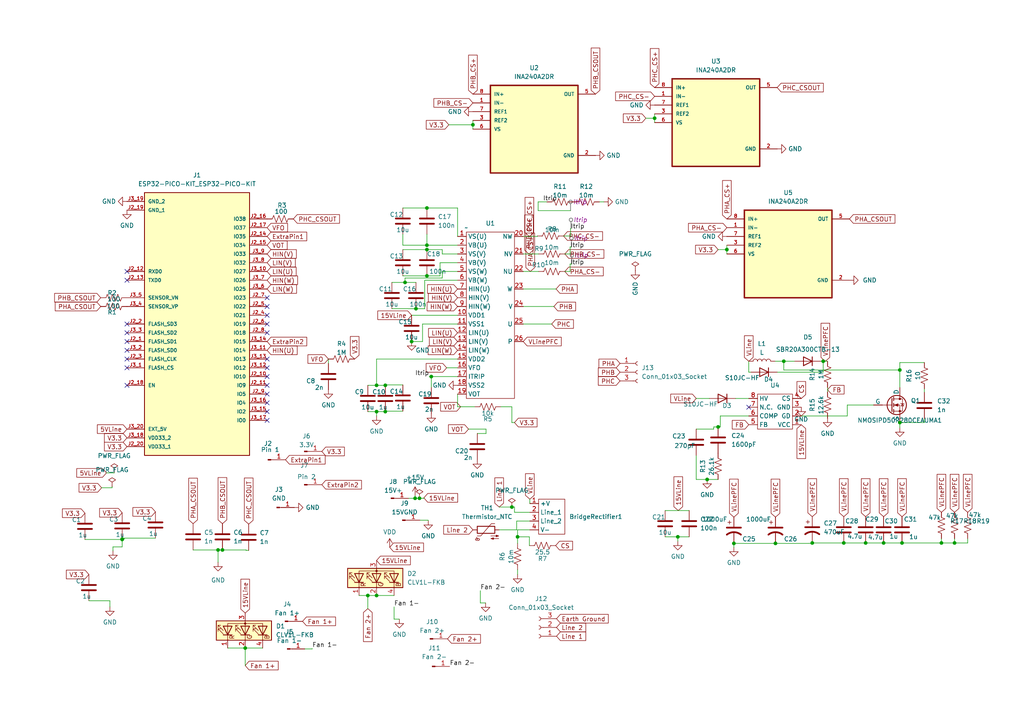
<source format=kicad_sch>
(kicad_sch (version 20231120) (generator "eeschema") (generator_version "8.0")
  (paper "A4")
  (junction (at 123.825 60.325))
  (junction (at 227.33 104.775))
  (junction (at 111.76 119.38))
  (junction (at 123.825 71.12))
  (junction (at 109.22 172.72))
  (junction (at 63.246 159.512))
  (junction (at 35.433 156.464))
  (junction (at 120.396 144.526))
  (junction (at 148.463 147.066))
  (junction (at 244.729 157.48))
  (junction (at 260.985 107.315))
  (junction (at 106.68 172.72))
  (junction (at 235.585 157.48))
  (junction (at 251.079 157.48))
  (junction (at 125.095 109.22))
  (junction (at 205.105 139.065))
  (junction (at 261.62 157.48))
  (junction (at 238.76 104.775))
  (junction (at 111.76 111.76))
  (junction (at 35.433 156.337))
  (junction (at 273.05 157.48))
  (junction (at 224.917 157.607))
  (junction (at 117.475 81.915))
  (junction (at 189.865 34.29))
  (junction (at 276.86 157.48))
  (junction (at 137.16 36.195))
  (junction (at 260.985 122.555))
  (junction (at 71.12 187.96))
  (junction (at 256.286 157.48))
  (junction (at 121.666 144.526))
  (junction (at 120.65 89.535))
  (junction (at 208.28 123.825))
  (junction (at 123.825 80.01))
  (junction (at 150.114 155.702))
  (junction (at 64.516 159.512))
  (junction (at 196.596 155.702))
  (junction (at 212.852 157.607))
  (junction (at 109.22 119.38))
  (junction (at 123.825 72.39))
  (junction (at 109.22 111.76))
  (junction (at 119.38 99.06))
  (junction (at 210.82 72.39))
  (no_connect (at 77.47 106.68))
  (no_connect (at 36.83 99.06))
  (no_connect (at 77.47 91.44))
  (no_connect (at 77.47 93.98))
  (no_connect (at 77.47 111.76))
  (no_connect (at 36.83 81.28))
  (no_connect (at 36.83 96.52))
  (no_connect (at 77.47 88.9))
  (no_connect (at 77.47 109.22))
  (no_connect (at 77.47 119.38))
  (no_connect (at 77.47 121.92))
  (no_connect (at 77.47 104.14))
  (no_connect (at 77.47 114.3))
  (no_connect (at 36.83 93.98))
  (no_connect (at 77.47 116.84))
  (no_connect (at 217.17 118.11))
  (no_connect (at 77.47 96.52))
  (no_connect (at 36.83 78.74))
  (no_connect (at 36.83 101.6))
  (no_connect (at 36.83 104.14))
  (no_connect (at 77.47 86.36))
  (no_connect (at 36.83 106.68))
  (no_connect (at 36.83 111.76))
  (wire (pts (xy 66.04 187.96) (xy 71.12 187.96)))
  (wire (pts (xy 123.825 67.945) (xy 123.825 71.12)))
  (wire (pts (xy 36.068 156.337) (xy 35.433 156.337)))
  (wire (pts (xy 224.917 157.607) (xy 235.585 157.607)))
  (wire (pts (xy 106.68 172.72) (xy 104.14 172.72)))
  (wire (pts (xy 116.84 71.12) (xy 123.825 71.12)))
  (wire (pts (xy 90.551 188.214) (xy 90.551 188.087)))
  (wire (pts (xy 63.246 159.512) (xy 64.516 159.512)))
  (wire (pts (xy 122.555 93.98) (xy 122.555 99.06)))
  (wire (pts (xy 114.3 176.022) (xy 114.3 179.578)))
  (wire (pts (xy 139.319 171.323) (xy 139.319 174.879)))
  (wire (pts (xy 205.105 139.065) (xy 208.28 139.065)))
  (wire (pts (xy 156.083 61.087) (xy 156.083 58.547)))
  (wire (pts (xy 225.425 107.95) (xy 238.76 107.95)))
  (wire (pts (xy 116.84 67.945) (xy 116.84 71.12)))
  (wire (pts (xy 125.095 112.395) (xy 125.095 109.22)))
  (wire (pts (xy 240.03 112.395) (xy 240.03 113.665)))
  (wire (pts (xy 238.76 107.95) (xy 238.76 104.775)))
  (wire (pts (xy 111.76 119.253) (xy 111.76 119.38)))
  (wire (pts (xy 125.095 109.22) (xy 132.715 109.22)))
  (wire (pts (xy 138.43 125.73) (xy 140.97 125.73)))
  (wire (pts (xy 121.666 144.526) (xy 122.936 144.526)))
  (wire (pts (xy 35.433 158.623) (xy 32.766 158.623)))
  (wire (pts (xy 273.05 156.21) (xy 273.05 157.48)))
  (wire (pts (xy 153.543 158.242) (xy 153.543 155.702)))
  (wire (pts (xy 122.936 144.526) (xy 122.936 144.399)))
  (wire (pts (xy 63.246 159.512) (xy 63.246 163.068)))
  (wire (pts (xy 196.596 155.702) (xy 199.898 155.702)))
  (wire (pts (xy 238.125 104.775) (xy 238.76 104.775)))
  (wire (pts (xy 45.085 156.083) (xy 36.068 156.083)))
  (wire (pts (xy 268.097 105.156) (xy 260.985 105.156)))
  (wire (pts (xy 116.84 119.253) (xy 111.76 119.253)))
  (wire (pts (xy 210.82 72.39) (xy 210.82 73.66)))
  (wire (pts (xy 201.93 124.46) (xy 207.01 124.46)))
  (wire (pts (xy 117.475 81.915) (xy 120.65 81.915)))
  (wire (pts (xy 165.481 68.453) (xy 165.481 66.294)))
  (wire (pts (xy 150.114 155.702) (xy 150.114 157.607)))
  (wire (pts (xy 163.83 73.66) (xy 165.354 73.66)))
  (wire (pts (xy 227.33 104.775) (xy 227.33 107.315)))
  (wire (pts (xy 150.114 155.702) (xy 153.543 155.702)))
  (wire (pts (xy 64.516 159.512) (xy 71.374 159.512)))
  (wire (pts (xy 207.01 124.46) (xy 207.01 123.825)))
  (wire (pts (xy 109.22 119.38) (xy 109.22 120.65)))
  (wire (pts (xy 165.481 66.294) (xy 165.608 66.294)))
  (wire (pts (xy 213.36 115.57) (xy 217.17 115.57)))
  (wire (pts (xy 106.68 119.38) (xy 109.22 119.38)))
  (wire (pts (xy 227.33 107.315) (xy 260.985 107.315)))
  (wire (pts (xy 35.433 156.464) (xy 35.433 158.623)))
  (wire (pts (xy 114.3 179.578) (xy 115.824 179.578)))
  (wire (pts (xy 124.206 150.876) (xy 121.793 150.876)))
  (wire (pts (xy 32.512 141.097) (xy 32.512 141.478)))
  (wire (pts (xy 260.985 112.395) (xy 260.985 107.315)))
  (wire (pts (xy 118.491 144.526) (xy 120.396 144.526)))
  (wire (pts (xy 33.147 137.033) (xy 33.147 137.16)))
  (wire (pts (xy 165.354 71.628) (xy 165.735 71.628)))
  (wire (pts (xy 208.915 120.65) (xy 208.915 123.825)))
  (wire (pts (xy 156.083 58.547) (xy 158.623 58.547)))
  (wire (pts (xy 163.83 78.74) (xy 165.354 78.74)))
  (wire (pts (xy 224.79 104.775) (xy 227.33 104.775)))
  (wire (pts (xy 132.715 106.68) (xy 129.54 106.68)))
  (wire (pts (xy 113.665 89.535) (xy 120.65 89.535)))
  (wire (pts (xy 187.325 34.29) (xy 189.865 34.29)))
  (wire (pts (xy 201.93 132.08) (xy 201.93 139.065)))
  (wire (pts (xy 137.16 34.925) (xy 137.16 36.195)))
  (wire (pts (xy 153.67 144.78) (xy 153.67 146.05)))
  (wire (pts (xy 208.28 123.825) (xy 208.915 123.825)))
  (wire (pts (xy 210.82 71.12) (xy 210.82 72.39)))
  (wire (pts (xy 151.765 78.74) (xy 156.21 78.74)))
  (wire (pts (xy 153.67 153.67) (xy 150.114 153.67)))
  (wire (pts (xy 268.097 121.412) (xy 268.097 122.555)))
  (wire (pts (xy 192.913 155.702) (xy 196.596 155.702)))
  (wire (pts (xy 151.765 88.9) (xy 160.655 88.9)))
  (wire (pts (xy 245.745 120.65) (xy 245.745 117.475)))
  (wire (pts (xy 109.22 172.72) (xy 114.3 172.72)))
  (wire (pts (xy 113.665 81.915) (xy 117.475 81.915)))
  (wire (pts (xy 127.635 76.2) (xy 132.715 76.2)))
  (wire (pts (xy 137.16 36.195) (xy 137.16 37.465)))
  (wire (pts (xy 151.765 83.82) (xy 161.29 83.82)))
  (wire (pts (xy 132.715 68.58) (xy 132.715 60.325)))
  (wire (pts (xy 208.28 72.39) (xy 210.82 72.39)))
  (wire (pts (xy 106.68 176.53) (xy 106.68 172.72)))
  (wire (pts (xy 56.007 159.512) (xy 63.246 159.512)))
  (wire (pts (xy 192.913 148.082) (xy 199.898 148.082)))
  (wire (pts (xy 123.19 89.535) (xy 123.19 81.28)))
  (wire (pts (xy 150.114 165.227) (xy 150.114 166.624)))
  (wire (pts (xy 148.463 122.555) (xy 149.225 122.555)))
  (wire (pts (xy 144.78 153.67) (xy 149.86 153.67)))
  (wire (pts (xy 140.97 124.46) (xy 140.97 125.73)))
  (wire (pts (xy 227.33 104.775) (xy 230.505 104.775)))
  (wire (pts (xy 123.825 71.12) (xy 132.715 71.12)))
  (wire (pts (xy 88.392 188.214) (xy 90.551 188.214)))
  (wire (pts (xy 128.27 78.74) (xy 132.715 78.74)))
  (wire (pts (xy 163.449 68.453) (xy 165.481 68.453)))
  (wire (pts (xy 217.805 107.95) (xy 217.17 107.95)))
  (wire (pts (xy 128.27 73.66) (xy 128.27 72.39)))
  (wire (pts (xy 148.463 117.983) (xy 148.463 122.555)))
  (wire (pts (xy 165.354 78.74) (xy 165.354 76.581)))
  (wire (pts (xy 111.76 111.633) (xy 111.76 111.76)))
  (wire (pts (xy 95.25 104.14) (xy 95.25 105.41)))
  (wire (pts (xy 268.097 122.555) (xy 260.985 122.555)))
  (wire (pts (xy 165.354 73.66) (xy 165.354 71.628)))
  (wire (pts (xy 151.765 93.98) (xy 160.02 93.98)))
  (wire (pts (xy 244.729 157.48) (xy 251.079 157.48)))
  (wire (pts (xy 32.512 141.478) (xy 29.464 141.478)))
  (wire (pts (xy 149.225 148.59) (xy 153.67 148.59)))
  (wire (pts (xy 123.825 80.01) (xy 127.635 80.01)))
  (wire (pts (xy 212.852 157.607) (xy 224.917 157.607)))
  (wire (pts (xy 36.068 156.083) (xy 36.068 156.337)))
  (wire (pts (xy 106.68 172.72) (xy 109.22 172.72)))
  (wire (pts (xy 280.67 157.48) (xy 276.86 157.48)))
  (wire (pts (xy 212.852 157.607) (xy 212.852 158.75)))
  (wire (pts (xy 109.22 104.14) (xy 132.715 104.14)))
  (wire (pts (xy 150.114 153.67) (xy 150.114 155.702)))
  (wire (pts (xy 120.396 143.764) (xy 120.396 144.526)))
  (wire (pts (xy 116.84 80.01) (xy 123.825 80.01)))
  (wire (pts (xy 128.27 80.645) (xy 117.475 80.645)))
  (wire (pts (xy 189.865 33.02) (xy 189.865 34.29)))
  (wire (pts (xy 144.78 147.066) (xy 148.463 147.066)))
  (wire (pts (xy 165.481 61.087) (xy 156.083 61.087)))
  (wire (pts (xy 207.01 123.825) (xy 208.28 123.825)))
  (wire (pts (xy 132.715 73.66) (xy 128.27 73.66)))
  (wire (pts (xy 116.84 60.325) (xy 123.825 60.325)))
  (wire (pts (xy 71.12 187.96) (xy 76.2 187.96)))
  (wire (pts (xy 201.93 139.065) (xy 205.105 139.065)))
  (wire (pts (xy 109.22 111.76) (xy 111.76 111.76)))
  (wire (pts (xy 71.12 187.96) (xy 71.12 193.04)))
  (wire (pts (xy 201.93 115.57) (xy 205.74 115.57)))
  (wire (pts (xy 33.147 137.16) (xy 30.861 137.16)))
  (wire (pts (xy 109.22 111.76) (xy 109.22 104.14)))
  (wire (pts (xy 235.585 157.607) (xy 235.585 157.48)))
  (wire (pts (xy 132.715 60.325) (xy 123.825 60.325)))
  (wire (pts (xy 260.985 122.555) (xy 260.985 124.079)))
  (wire (pts (xy 217.17 107.95) (xy 217.17 104.775)))
  (wire (pts (xy 25.781 174.244) (xy 31.877 174.244)))
  (wire (pts (xy 71.374 159.639) (xy 72.136 159.639)))
  (wire (pts (xy 123.19 89.535) (xy 120.65 89.535)))
  (wire (pts (xy 71.374 159.512) (xy 71.374 159.639)))
  (wire (pts (xy 31.877 174.244) (xy 31.877 176.022)))
  (wire (pts (xy 132.715 114.3) (xy 132.715 117.983)))
  (wire (pts (xy 109.22 119.38) (xy 111.76 119.38)))
  (wire (pts (xy 116.84 111.633) (xy 111.76 111.633)))
  (wire (pts (xy 238.76 104.775) (xy 240.03 104.775)))
  (wire (pts (xy 251.079 157.48) (xy 256.286 157.48)))
  (wire (pts (xy 196.596 155.702) (xy 196.596 156.972)))
  (wire (pts (xy 217.17 120.65) (xy 208.915 120.65)))
  (wire (pts (xy 35.433 156.337) (xy 35.433 156.464)))
  (wire (pts (xy 276.86 156.21) (xy 276.86 157.48)))
  (wire (pts (xy 232.41 120.65) (xy 245.745 120.65)))
  (wire (pts (xy 128.27 72.39) (xy 123.825 72.39)))
  (wire (pts (xy 151.765 73.66) (xy 156.21 73.66)))
  (wire (pts (xy 128.27 78.74) (xy 128.27 80.645)))
  (wire (pts (xy 117.475 80.645) (xy 117.475 81.915)))
  (wire (pts (xy 165.354 76.581) (xy 165.862 76.581)))
  (wire (pts (xy 137.668 117.983) (xy 132.715 117.983)))
  (wire (pts (xy 268.097 112.776) (xy 268.097 113.792)))
  (wire (pts (xy 122.555 93.98) (xy 132.715 93.98)))
  (wire (pts (xy 122.555 99.06) (xy 119.38 99.06)))
  (wire (pts (xy 148.463 147.066) (xy 149.225 147.066)))
  (wire (pts (xy 139.319 174.879) (xy 140.843 174.879)))
  (wire (pts (xy 130.175 36.195) (xy 137.16 36.195)))
  (wire (pts (xy 149.225 147.066) (xy 149.225 148.59)))
  (wire (pts (xy 280.67 156.21) (xy 280.67 157.48)))
  (wire (pts (xy 173.863 58.547) (xy 175.133 58.547)))
  (wire (pts (xy 106.68 111.76) (xy 109.22 111.76)))
  (wire (pts (xy 189.865 34.29) (xy 189.865 35.56)))
  (wire (pts (xy 245.745 117.475) (xy 253.365 117.475)))
  (wire (pts (xy 127.635 80.01) (xy 127.635 76.2)))
  (wire (pts (xy 120.396 144.526) (xy 121.666 144.526)))
  (wire (pts (xy 124.46 109.22) (xy 125.095 109.22)))
  (wire (pts (xy 261.62 157.48) (xy 273.05 157.48)))
  (wire (pts (xy 155.829 68.58) (xy 155.829 68.453)))
  (wire (pts (xy 119.38 91.44) (xy 132.715 91.44)))
  (wire (pts (xy 244.729 157.48) (xy 235.585 157.48)))
  (wire (pts (xy 273.05 157.48) (xy 276.86 157.48)))
  (wire (pts (xy 149.86 151.13) (xy 153.67 151.13)))
  (wire (pts (xy 256.286 157.48) (xy 261.62 157.48)))
  (wire (pts (xy 116.84 72.39) (xy 123.825 72.39)))
  (wire (pts (xy 32.766 158.623) (xy 32.766 159.766)))
  (wire (pts (xy 260.985 105.156) (xy 260.985 107.315)))
  (wire (pts (xy 24.638 156.464) (xy 35.433 156.464)))
  (wire (pts (xy 135.89 124.46) (xy 140.97 124.46)))
  (wire (pts (xy 145.288 117.983) (xy 148.463 117.983)))
  (wire (pts (xy 149.86 153.67) (xy 149.86 151.13)))
  (wire (pts (xy 151.765 68.58) (xy 155.829 68.58)))
  (wire (pts (xy 123.19 81.28) (xy 132.715 81.28)))
  (wire (pts (xy 124.206 151.003) (xy 124.206 150.876)))
  (label "Fan 1-" (at 114.3 176.022 0))
  (label "Itrip" (at 165.354 72.136 0))
  (label "Fan 2-" (at 130.429 193.294 0))
  (label "Itrip" (at 165.354 77.089 0))
  (label "Itrip" (at 124.46 109.22 180))
  (label "Fan 2-" (at 139.319 171.323 0))
  (label "Fan 1-" (at 90.551 188.087 0))
  (label "Itrip" (at 165.481 66.675 0))
  (label "Itrip" (at 157.48 58.547 0))
  (global_label "PHB_CS-" (shape input) (at 137.16 29.845 180) (property "Intersheetrefs" "${INTERSHEET_REFS}" (effects (hide yes))))
  (global_label "PHC_CS+" (shape input) (at 153.543 68.58 90) (property "Intersheetrefs" "${INTERSHEET_REFS}" (effects (hide yes))))
  (global_label "PHB_CS-" (shape input) (at 163.83 73.66 0) (property "Intersheetrefs" "${INTERSHEET_REFS}" (effects (hide yes))))
  (global_label "VLinePFC" (shape input) (at 261.62 149.86 90) (property "Intersheetrefs" "${INTERSHEET_REFS}" (effects (hide yes))))
  (global_label "PHA_CS-" (shape input) (at 163.83 78.74 0) (property "Intersheetrefs" "${INTERSHEET_REFS}" (effects (hide yes))))
  (global_label "15VLine" (shape input) (at 109.22 162.56 0) (property "Intersheetrefs" "${INTERSHEET_REFS}" (effects (hide yes))))
  (global_label "PHB_CSOUT" (shape input) (at 29.21 86.36 180) (property "Intersheetrefs" "${INTERSHEET_REFS}" (effects (hide yes))))
  (global_label "Fan 2+" (shape input) (at 106.68 176.53 270) (property "Intersheetrefs" "${INTERSHEET_REFS}" (effects (hide yes))))
  (global_label "15VLine" (shape input) (at 113.03 158.75 0) (property "Intersheetrefs" "${INTERSHEET_REFS}" (effects (hide yes))))
  (global_label "PHB_CSOUT" (shape input) (at 64.516 151.892 90) (property "Intersheetrefs" "${INTERSHEET_REFS}" (effects (hide yes))))
  (global_label "PHB" (shape input) (at 160.655 88.9 0) (property "Intersheetrefs" "${INTERSHEET_REFS}" (effects (hide yes))))
  (global_label "HIN(W)" (shape input) (at 132.715 88.9 180) (property "Intersheetrefs" "${INTERSHEET_REFS}" (effects (hide yes))))
  (global_label "5VLine" (shape input) (at 36.83 124.46 180) (property "Intersheetrefs" "${INTERSHEET_REFS}" (effects (hide yes))))
  (global_label "PHB_CSOUT" (shape input) (at 172.72 27.305 90) (property "Intersheetrefs" "${INTERSHEET_REFS}" (effects (hide yes))))
  (global_label "ExtraPin1" (shape input) (at 77.47 68.58 0) (property "Intersheetrefs" "${INTERSHEET_REFS}" (effects (hide yes))))
  (global_label "VLine" (shape input) (at 153.67 144.78 90) (property "Intersheetrefs" "${INTERSHEET_REFS}" (effects (hide yes))))
  (global_label "PHC" (shape input) (at 160.02 93.98 0) (property "Intersheetrefs" "${INTERSHEET_REFS}" (effects (hide yes))))
  (global_label "LIN(U)" (shape input) (at 132.715 96.52 180) (property "Intersheetrefs" "${INTERSHEET_REFS}" (effects (hide yes))))
  (global_label "PHB_CS+" (shape input) (at 153.416 73.66 90) (property "Intersheetrefs" "${INTERSHEET_REFS}" (effects (hide yes))))
  (global_label "LIN(U)" (shape input) (at 77.47 78.74 0) (property "Intersheetrefs" "${INTERSHEET_REFS}" (effects (hide yes))))
  (global_label "V3.3" (shape input) (at 35.433 148.717 180) (property "Intersheetrefs" "${INTERSHEET_REFS}" (effects (hide yes))))
  (global_label "V3.3" (shape input) (at 36.83 129.54 180) (property "Intersheetrefs" "${INTERSHEET_REFS}" (effects (hide yes))))
  (global_label "ExtraPin2" (shape input) (at 77.47 99.06 0) (property "Intersheetrefs" "${INTERSHEET_REFS}" (effects (hide yes))))
  (global_label "PHC_CS+" (shape input) (at 189.865 25.4 90) (property "Intersheetrefs" "${INTERSHEET_REFS}" (effects (hide yes))))
  (global_label "LIN(W)" (shape input) (at 77.47 83.82 0) (property "Intersheetrefs" "${INTERSHEET_REFS}" (effects (hide yes))))
  (global_label "V3.3" (shape input) (at 130.175 36.195 180) (property "Intersheetrefs" "${INTERSHEET_REFS}" (effects (hide yes))))
  (global_label "PHA_CSOUT" (shape input) (at 56.007 151.892 90) (property "Intersheetrefs" "${INTERSHEET_REFS}" (effects (hide yes))))
  (global_label "PHC_CSOUT" (shape input) (at 72.136 152.019 90) (property "Intersheetrefs" "${INTERSHEET_REFS}" (effects (hide yes))))
  (global_label "VOT" (shape input) (at 133.604 117.983 180) (property "Intersheetrefs" "${INTERSHEET_REFS}" (effects (hide yes))))
  (global_label "ExtraPin1" (shape input) (at 82.804 133.35 0) (property "Intersheetrefs" "${INTERSHEET_REFS}" (effects (hide yes))))
  (global_label "Line 2" (shape input) (at 137.16 153.67 180) (property "Intersheetrefs" "${INTERSHEET_REFS}" (effects (hide yes))))
  (global_label "V3.3" (shape input) (at 208.28 72.39 180) (property "Intersheetrefs" "${INTERSHEET_REFS}" (effects (hide yes))))
  (global_label "HIN(U)" (shape input) (at 132.715 83.82 180) (property "Intersheetrefs" "${INTERSHEET_REFS}" (effects (hide yes))))
  (global_label "VLinePFC" (shape input) (at 256.286 149.86 90) (property "Intersheetrefs" "${INTERSHEET_REFS}" (effects (hide yes))))
  (global_label "LIN(W)" (shape input) (at 132.715 101.6 180) (property "Intersheetrefs" "${INTERSHEET_REFS}" (effects (hide yes))))
  (global_label "HIN(U)" (shape input) (at 77.47 101.6 0) (property "Intersheetrefs" "${INTERSHEET_REFS}" (effects (hide yes))))
  (global_label "V3.3" (shape input) (at 102.87 104.14 90) (property "Intersheetrefs" "${INTERSHEET_REFS}" (effects (hide yes))))
  (global_label "VLinePFC" (shape input) (at 224.917 149.987 90) (property "Intersheetrefs" "${INTERSHEET_REFS}" (effects (hide yes))))
  (global_label "PHB" (shape input) (at 179.832 107.95 180) (property "Intersheetrefs" "${INTERSHEET_REFS}" (effects (hide yes))))
  (global_label "PHA_CS-" (shape input) (at 210.82 66.04 180) (property "Intersheetrefs" "${INTERSHEET_REFS}" (effects (hide yes))))
  (global_label "PHA_CS+" (shape input) (at 210.82 63.5 90) (property "Intersheetrefs" "${INTERSHEET_REFS}" (effects (hide yes))))
  (global_label "PHC_CSOUT" (shape input) (at 225.425 25.4 0) (property "Intersheetrefs" "${INTERSHEET_REFS}" (effects (hide yes))))
  (global_label "VLinePFC" (shape input) (at 251.079 149.86 90) (property "Intersheetrefs" "${INTERSHEET_REFS}" (effects (hide yes))))
  (global_label "Earth Ground" (shape input) (at 161.417 179.451 0) (property "Intersheetrefs" "${INTERSHEET_REFS}" (effects (hide yes))))
  (global_label "V3.3" (shape input) (at 149.225 122.555 0) (property "Intersheetrefs" "${INTERSHEET_REFS}" (effects (hide yes))))
  (global_label "VLine" (shape input) (at 201.93 115.57 180) (property "Intersheetrefs" "${INTERSHEET_REFS}" (effects (hide yes))))
  (global_label "LIN(V)" (shape input) (at 77.47 76.2 0) (property "Intersheetrefs" "${INTERSHEET_REFS}" (effects (hide yes))))
  (global_label "V3.3" (shape input) (at 29.464 141.478 180) (property "Intersheetrefs" "${INTERSHEET_REFS}" (effects (hide yes))))
  (global_label "HIN(V)" (shape input) (at 132.715 86.36 180) (property "Intersheetrefs" "${INTERSHEET_REFS}" (effects (hide yes))))
  (global_label "VLinePFC" (shape input) (at 235.585 149.86 90) (property "Intersheetrefs" "${INTERSHEET_REFS}" (effects (hide yes))))
  (global_label "VFO" (shape input) (at 129.54 106.68 180) (property "Intersheetrefs" "${INTERSHEET_REFS}" (effects (hide yes))))
  (global_label "15VLine" (shape input) (at 119.38 91.44 180) (property "Intersheetrefs" "${INTERSHEET_REFS}" (effects (hide yes))))
  (global_label "VLinePFC" (shape input) (at 239.395 104.775 90) (property "Intersheetrefs" "${INTERSHEET_REFS}" (effects (hide yes))))
  (global_label "PHA_CS+" (shape input) (at 153.797 78.74 90) (property "Intersheetrefs" "${INTERSHEET_REFS}" (effects (hide yes))))
  (global_label "VFO" (shape input) (at 95.25 104.14 180) (property "Intersheetrefs" "${INTERSHEET_REFS}" (effects (hide yes))))
  (global_label "Line 1" (shape input) (at 144.78 147.066 90) (property "Intersheetrefs" "${INTERSHEET_REFS}" (effects (hide yes))))
  (global_label "FB" (shape input) (at 240.03 113.03 0) (property "Intersheetrefs" "${INTERSHEET_REFS}" (effects (hide yes))))
  (global_label "15VLine" (shape input) (at 71.12 177.8 90) (property "Intersheetrefs" "${INTERSHEET_REFS}" (effects (hide yes))))
  (global_label "VLinePFC" (shape input) (at 151.765 99.06 0) (property "Intersheetrefs" "${INTERSHEET_REFS}" (effects (hide yes))))
  (global_label "CS" (shape input) (at 161.163 158.242 0) (property "Intersheetrefs" "${INTERSHEET_REFS}" (effects (hide yes))))
  (global_label "VOT" (shape input) (at 135.89 124.46 180) (property "Intersheetrefs" "${INTERSHEET_REFS}" (effects (hide yes))))
  (global_label "15VLine" (shape input) (at 122.936 144.399 0) (property "Intersheetrefs" "${INTERSHEET_REFS}" (effects (hide yes))))
  (global_label "HIN(W)" (shape input) (at 77.47 81.28 0) (property "Intersheetrefs" "${INTERSHEET_REFS}" (effects (hide yes))))
  (global_label "V3.3" (shape input) (at 187.325 34.29 180) (property "Intersheetrefs" "${INTERSHEET_REFS}" (effects (hide yes))))
  (global_label "PHC" (shape input) (at 179.832 110.49 180) (property "Intersheetrefs" "${INTERSHEET_REFS}" (effects (hide yes))))
  (global_label "VLinePFC" (shape input) (at 212.852 149.987 90) (property "Intersheetrefs" "${INTERSHEET_REFS}" (effects (hide yes))))
  (global_label "V3.3" (shape input) (at 93.345 130.937 0) (property "Intersheetrefs" "${INTERSHEET_REFS}" (effects (hide yes))))
  (global_label "PHA" (shape input) (at 161.29 83.82 0) (property "Intersheetrefs" "${INTERSHEET_REFS}" (effects (hide yes))))
  (global_label "PHA_CSOUT" (shape input) (at 246.38 63.5 0) (property "Intersheetrefs" "${INTERSHEET_REFS}" (effects (hide yes))))
  (global_label "Line 1" (shape input) (at 161.417 184.531 0) (property "Intersheetrefs" "${INTERSHEET_REFS}" (effects (hide yes))))
  (global_label "15VLine" (shape input) (at 232.41 123.19 270) (property "Intersheetrefs" "${INTERSHEET_REFS}" (effects (hide yes))))
  (global_label "Fan 1+" (shape input) (at 87.757 180.213 0) (property "Intersheetrefs" "${INTERSHEET_REFS}" (effects (hide yes))))
  (global_label "Fan 1+" (shape input) (at 71.12 193.04 0) (property "Intersheetrefs" "${INTERSHEET_REFS}" (effects (hide yes))))
  (global_label "VLinePFC" (shape input) (at 273.05 148.59 90) (property "Intersheetrefs" "${INTERSHEET_REFS}" (effects (hide yes))))
  (global_label "HIN(V)" (shape input) (at 77.47 73.66 0) (property "Intersheetrefs" "${INTERSHEET_REFS}" (effects (hide yes))))
  (global_label "V3.3" (shape input) (at 24.638 148.844 180) (property "Intersheetrefs" "${INTERSHEET_REFS}" (effects (hide yes))))
  (global_label "PHC_CSOUT" (shape input) (at 85.09 63.5 0) (property "Intersheetrefs" "${INTERSHEET_REFS}" (effects (hide yes))))
  (global_label "FB" (shape input) (at 217.17 123.19 180) (property "Intersheetrefs" "${INTERSHEET_REFS}" (effects (hide yes))))
  (global_label "V3.3" (shape input) (at 36.83 127 180) (property "Intersheetrefs" "${INTERSHEET_REFS}" (effects (hide yes))))
  (global_label "VLine" (shape input) (at 217.17 104.775 90) (property "Intersheetrefs" "${INTERSHEET_REFS}" (effects (hide yes))))
  (global_label "PHA_CSOUT" (shape input) (at 29.21 88.9 180) (property "Intersheetrefs" "${INTERSHEET_REFS}" (effects (hide yes))))
  (global_label "CS" (shape input) (at 232.41 115.57 90) (property "Intersheetrefs" "${INTERSHEET_REFS}" (effects (hide yes))))
  (global_label "V3.3" (shape input) (at 45.085 148.463 180) (property "Intersheetrefs" "${INTERSHEET_REFS}" (effects (hide yes))))
  (global_label "PHA" (shape input) (at 179.832 105.41 180) (property "Intersheetrefs" "${INTERSHEET_REFS}" (effects (hide yes))))
  (global_label "V3.3" (shape input) (at 25.781 166.624 180) (property "Intersheetrefs" "${INTERSHEET_REFS}" (effects (hide yes))))
  (global_label "VLinePFC" (shape input) (at 276.86 148.59 90) (property "Intersheetrefs" "${INTERSHEET_REFS}" (effects (hide yes))))
  (global_label "ExtraPin2" (shape input) (at 93.345 140.589 0) (property "Intersheetrefs" "${INTERSHEET_REFS}" (effects (hide yes))))
  (global_label "Fan 2+" (shape input) (at 129.794 185.293 0) (property "Intersheetrefs" "${INTERSHEET_REFS}" (effects (hide yes))))
  (global_label "VOT" (shape input) (at 77.47 71.12 0) (property "Intersheetrefs" "${INTERSHEET_REFS}" (effects (hide yes))))
  (global_label "VFO" (shape input) (at 77.47 66.04 0) (property "Intersheetrefs" "${INTERSHEET_REFS}" (effects (hide yes))))
  (global_label "15VLine" (shape input) (at 196.723 148.082 90) (property "Intersheetrefs" "${INTERSHEET_REFS}" (effects (hide yes))))
  (global_label "LIN(V)" (shape input) (at 132.715 99.06 180) (property "Intersheetrefs" "${INTERSHEET_REFS}" (effects (hide yes))))
  (global_label "5VLine" (shape input) (at 30.861 137.16 180) (property "Intersheetrefs" "${INTERSHEET_REFS}" (effects (hide yes))))
  (global_label "VLinePFC" (shape input) (at 280.67 148.59 90) (property "Intersheetrefs" "${INTERSHEET_REFS}" (effects (hide yes))))
  (global_label "PHC_CS-" (shape input) (at 189.865 27.94 180) (property "Intersheetrefs" "${INTERSHEET_REFS}" (effects (hide yes))))
  (global_label "VLinePFC" (shape input) (at 244.729 149.86 90) (property "Intersheetrefs" "${INTERSHEET_REFS}" (effects (hide yes))))
  (global_label "PHC_CS-" (shape input) (at 163.449 68.453 0) (property "Intersheetrefs" "${INTERSHEET_REFS}" (effects (hide yes))))
  (global_label "Line 2" (shape input) (at 161.417 181.991 0) (property "Intersheetrefs" "${INTERSHEET_REFS}" (effects (hide yes))))
  (global_label "PHB_CS+" (shape input) (at 137.16 27.305 90) (property "Intersheetrefs" "${INTERSHEET_REFS}" (effects (hide yes))))
  (netclass_flag "" (length 2.54) (shape round) (at 165.862 76.581 0) (property "Netclass" "Itrip" (at 166.5605 74.041 0) (effects (font (italic yes)) (justify left))))
  (netclass_flag "" (length 2.54) (shape round) (at 165.481 61.087 0) (property "Netclass" "Itrip" (at 166.1795 58.547 0) (effects (font (italic yes)) (justify left))))
  (netclass_flag "" (length 2.54) (shape round) (at 165.608 66.294 0) (property "Netclass" "Itrip" (at 166.3065 63.754 0) (effects (font (italic yes)) (justify left))))
  (netclass_flag "" (length 2.54) (shape round) (at 165.735 71.628 0) (property "Netclass" "Itrip" (at 166.4335 69.088 0) (effects (font (italic yes)) (justify left))))
  (symbol (lib_id "Device:C") (at 244.729 153.67 0) (unit 1)
    (property "Reference" "C28" (at 245.11 151.13 0) (effects (justify left)))
    (property "Value" "4.7u" (at 245.745 155.575 0) (effects (justify left)))
    (property "Footprint" "COMPRESSORFOC:4.7uCap" (effects (hide yes)))
  )
  (symbol (lib_id "Device:R_US") (at 208.28 135.255 180) (unit 1)
    (property "Reference" "R13" (at 203.835 135.255 90))
    (property "Value" "26.1k" (at 206.375 135.255 90))
    (property "Footprint" "Resistor_SMD:R_0603_1608Metric_Pad0.98x0.95mm_HandSolder" (effects (hide yes)))
  )
  (symbol (lib_id "Device:R_US") (at 268.097 108.966 180) (unit 1)
    (property "Reference" "R16" (at 263.652 108.966 90))
    (property "Value" "10" (at 266.192 108.966 90))
    (property "Footprint" "COMPRESSORFOC:snubber_resistor" (effects (hide yes)))
  )
  (symbol (lib_id "power:+15V") (at 120.396 143.764 0) (unit 1)
    (property "Reference" "#PWR012" (effects (hide yes)))
    (property "Value" "+15V" (at 120.396 138.4808 0))
  )
  (symbol (lib_id "Device:R_US") (at 276.86 152.4 0) (unit 1)
    (property "Reference" "R18" (at 279.4 151.1299 0) (effects (justify left)))
    (property "Value" "47k" (at 274.32 149.606 0) (effects (justify left)))
    (property "Footprint" "Resistor_SMD:R_2512_6332Metric_Pad1.40x3.35mm_HandSolder" (effects (hide yes)))
    (property "Description" "Resistor, US symbol" (effects (hide yes)))
  )
  (symbol (lib_id "Device:C") (at 199.898 151.892 0) (unit 1)
    (property "Reference" "C22" (at 203.073 150.622 0) (effects (justify left)))
    (property "Value" "100n" (at 203.073 153.162 0) (effects (justify left)))
    (property "Footprint" "Capacitor_SMD:C_0603_1608Metric_Pad1.08x0.95mm_HandSolder" (effects (hide yes)))
  )
  (symbol (lib_id "power:PWR_FLAG") (at 33.147 137.033 0) (unit 1)
    (property "Reference" "#FLG02" (effects (hide yes)))
    (property "Value" "PWR_FLAG" (at 33.147 132.207 0))
  )
  (symbol (lib_id "Device:C") (at 56.007 155.702 0) (unit 1)
    (property "Reference" "C5" (at 59.182 154.432 0) (effects (justify left)))
    (property "Value" "1n" (at 59.182 156.972 0) (effects (justify left)))
    (property "Footprint" "Capacitor_SMD:C_0603_1608Metric_Pad1.08x0.95mm_HandSolder" (effects (hide yes)))
  )
  (symbol (lib_id "Connector:Conn_01x01_Pin") (at 77.724 133.35 0) (unit 1)
    (property "Reference" "J2" (at 77.724 128.651 0))
    (property "Value" "Pin 1" (at 78.359 130.429 0))
    (property "Footprint" "Connector_Wire:SolderWire-1.5sqmm_1x01_D1.7mm_OD3.9mm" (effects (hide yes)))
  )
  (symbol (lib_id "FOCSYMBOLS:INA240A2DR") (at 207.645 35.56 0) (unit 1)
    (property "Reference" "U3" (at 207.645 17.78 0))
    (property "Value" "INA240A2DR" (at 207.645 20.32 0))
    (property "Footprint" "COMPRESSORFOC:INA240A1DR" (effects (hide yes)))
    (property "Description" "\n-4 to 80V, bidirectional, ultra-precise current sense amplifier with enhanced PWM rejection\n" (effects (hide yes)))
    (property "MF" "Texas Instruments" (effects (hide yes)))
    (property "Package" "SOIC-8 Texas Instruments" (effects (hide yes)))
    (property "Price" "None" (effects (hide yes)))
    (property "SnapEDA_Link" "https://www.snapeda.com/parts/INA240A2DR/Texas+Instruments/view-part/?ref=snap" (effects (hide yes)))
    (property "MP" "INA240A2DR" (effects (hide yes)))
    (property "Purchase-URL" "https://www.snapeda.com/api/url_track_click_mouser/?unipart_id=4805768&manufacturer=Texas Instruments&part_name=INA240A2DR&search_term=None" (effects (hide yes)))
    (property "Availability" "In Stock" (effects (hide yes)))
    (property "Check_prices" "https://www.snapeda.com/parts/INA240A2DR/Texas+Instruments/view-part/?ref=eda" (effects (hide yes)))
  )
  (symbol (lib_id "power:GND") (at 212.852 158.75 0) (unit 1)
    (property "Reference" "#PWR027" (effects (hide yes)))
    (property "Value" "GND" (at 212.852 163.195 0))
  )
  (symbol (lib_id "power:GND") (at 246.38 81.28 90) (unit 1)
    (property "Reference" "#PWR031" (effects (hide yes)))
    (property "Value" "GND" (at 250.19 81.28 90) (effects (justify right)))
  )
  (symbol (lib_id "Device:R_US") (at 162.433 58.547 90) (unit 1)
    (property "Reference" "R11" (at 162.433 54.102 90))
    (property "Value" "10m" (at 162.433 56.642 90))
    (property "Footprint" "Resistor_SMD:R_2512_6332Metric_Pad1.40x3.35mm_HandSolder" (effects (hide yes)))
  )
  (symbol (lib_id "Device:C") (at 113.665 85.725 0) (unit 1)
    (property "Reference" "C11" (at 109.855 83.82 0) (effects (justify left)))
    (property "Value" "10u" (at 111.76 88.265 0) (effects (justify left)))
    (property "Footprint" "Capacitor_SMD:C_0805_2012Metric_Pad1.18x1.45mm_HandSolder" (effects (hide yes)))
  )
  (symbol (lib_id "power:GND") (at 140.843 174.879 0) (unit 1)
    (property "Reference" "#PWR018" (effects (hide yes)))
    (property "Value" "GND" (at 140.843 179.324 0))
  )
  (symbol (lib_id "Device:R_US") (at 159.639 68.453 90) (unit 1)
    (property "Reference" "R8" (at 160.147 66.421 90))
    (property "Value" "10m" (at 160.147 66.675 90))
    (property "Footprint" "Resistor_SMD:R_2512_6332Metric_Pad1.40x3.35mm_HandSolder" (effects (hide yes)))
  )
  (symbol (lib_id "power:GND") (at 196.596 156.972 0) (unit 1)
    (property "Reference" "#PWR024" (effects (hide yes)))
    (property "Value" "GND" (at 196.596 161.417 0))
  )
  (symbol (lib_id "Device:C") (at 116.84 76.2 0) (unit 1)
    (property "Reference" "C13" (at 113.03 74.295 0) (effects (justify left)))
    (property "Value" "10u" (at 114.935 78.74 0) (effects (justify left)))
    (property "Footprint" "Capacitor_SMD:C_0805_2012Metric_Pad1.18x1.45mm_HandSolder" (effects (hide yes)))
  )
  (symbol (lib_id "Device:C") (at 24.638 152.654 0) (unit 1)
    (property "Reference" "C1" (at 20.828 150.749 0) (effects (justify left)))
    (property "Value" "1u" (at 22.733 155.194 0) (effects (justify left)))
    (property "Footprint" "Capacitor_SMD:C_0603_1608Metric_Pad1.08x0.95mm_HandSolder" (effects (hide yes)))
  )
  (symbol (lib_id "Device:C") (at 201.93 128.27 0) (unit 1)
    (property "Reference" "C23" (at 194.945 126.492 0) (effects (justify left)))
    (property "Value" "270pF" (at 195.58 129.286 0) (effects (justify left)))
    (property "Footprint" "Capacitor_SMD:C_0603_1608Metric_Pad1.08x0.95mm_HandSolder" (effects (hide yes)))
  )
  (symbol (lib_id "Device:R_US") (at 150.114 161.417 180) (unit 1)
    (property "Reference" "R6" (at 145.669 161.417 90))
    (property "Value" "10m" (at 148.209 161.417 90))
    (property "Footprint" "Resistor_SMD:R_2512_6332Metric_Pad1.40x3.35mm_HandSolder" (effects (hide yes)))
  )
  (symbol (lib_id "Device:R_US") (at 280.67 152.4 0) (unit 1)
    (property "Reference" "R19" (at 283.21 151.1299 0) (effects (justify left)))
    (property "Value" "47k" (at 280.924 149.352 0) (effects (justify left)))
    (property "Footprint" "Resistor_SMD:R_2512_6332Metric_Pad1.40x3.35mm_HandSolder" (effects (hide yes)))
    (property "Description" "Resistor, US symbol" (effects (hide yes)))
  )
  (symbol (lib_id "power:GND") (at 138.43 133.35 0) (unit 1)
    (property "Reference" "#PWR017" (effects (hide yes)))
    (property "Value" "GND" (at 138.43 137.795 0))
  )
  (symbol (lib_name "D_1") (lib_id "Device:D") (at 234.315 104.775 180) (unit 1)
    (property "Reference" "D5" (at 234.315 97.79 0))
    (property "Value" "\nSBR20A300CTB-13\n" (at 234.315 100.33 0))
    (property "Footprint" "COMPRESSORFOC:TO-263-2-FOC" (effects (hide yes)))
    (property "Sim.Device" "D" (effects (hide yes)))
    (property "Sim.Pins" "1=K 2=A" (effects (hide yes)))
  )
  (symbol (lib_id "Device:R_US") (at 141.478 117.983 270) (unit 1)
    (property "Reference" "R5" (at 141.478 121.539 90))
    (property "Value" "10k" (at 141.478 119.888 90))
    (property "Footprint" "Resistor_SMD:R_0603_1608Metric_Pad0.98x0.95mm_HandSolder" (effects (hide yes)))
  )
  (symbol (lib_id "Device:Thermistor_NTC") (at 140.97 153.67 90) (unit 1)
    (property "Reference" "TH1" (at 141.2875 147.32 90))
    (property "Value" "Thermistor_NTC" (at 141.2875 149.86 90))
    (property "Footprint" "COMPRESSORFOC:NTC_compressorfoc" (effects (hide yes)))
    (property "Description" "Temperature dependent resistor, negative temperature coefficient" (effects (hide yes)))
  )
  (symbol (lib_id "Device:C_Polarized_US") (at 212.852 153.797 0) (unit 1)
    (property "Reference" "C25" (at 219.202 156.337 0) (effects (justify right)))
    (property "Value" "1000uF" (at 210.947 150.622 0) (effects (justify right)))
    (property "Footprint" "COMPRESSORFOC:1000uCap" (effects (hide yes)))
  )
  (symbol (lib_id "power:GND") (at 150.114 166.624 0) (unit 1)
    (property "Reference" "#PWR019" (effects (hide yes)))
    (property "Value" "GND" (at 150.114 171.069 0))
  )
  (symbol (lib_id "Device:C") (at 64.516 155.702 0) (unit 1)
    (property "Reference" "C6" (at 67.691 154.432 0) (effects (justify left)))
    (property "Value" "1n" (at 67.691 156.972 0) (effects (justify left)))
    (property "Footprint" "Capacitor_SMD:C_0603_1608Metric_Pad1.08x0.95mm_HandSolder" (effects (hide yes)))
  )
  (symbol (lib_id "Device:D") (at 221.615 107.95 180) (unit 1)
    (property "Reference" "D4" (at 222.9104 110.0328 0))
    (property "Value" " S10JC-HF " (at 215.265 109.601 0))
    (property "Footprint" "Diode_SMD:D_SMC_Handsoldering" (effects (hide yes)))
    (property "Sim.Device" "D" (effects (hide yes)))
    (property "Sim.Pins" "1=K 2=A" (effects (hide yes)))
  )
  (symbol (lib_id "power:GND") (at 132.715 111.76 270) (unit 1)
    (property "Reference" "#PWR015" (effects (hide yes)))
    (property "Value" "GND" (at 129.54 111.76 90) (effects (justify right)))
  )
  (symbol (lib_id "power:GND") (at 31.877 176.022 0) (unit 1)
    (property "Reference" "#PWR01" (effects (hide yes)))
    (property "Value" "GND" (at 31.877 180.467 0))
  )
  (symbol (lib_id "power:GND") (at 109.22 120.65 0) (unit 1)
    (property "Reference" "#PWR08" (effects (hide yes)))
    (property "Value" "GND" (at 109.22 125.095 0))
  )
  (symbol (lib_id "Device:R_US") (at 157.353 158.242 270) (unit 1)
    (property "Reference" "R7" (at 157.353 162.052 90))
    (property "Value" "25.5" (at 157.353 160.147 90))
    (property "Footprint" "Resistor_SMD:R_0603_1608Metric_Pad0.98x0.95mm_HandSolder" (effects (hide yes)))
  )
  (symbol (lib_id "power:PWR_FLAG") (at 121.666 144.526 0) (unit 1)
    (property "Reference" "#FLG03" (effects (hide yes)))
    (property "Value" "PWR_FLAG" (at 121.666 139.7 0))
  )
  (symbol (lib_id "Device:C") (at 261.62 153.67 0) (unit 1)
    (property "Reference" "C31" (at 262.128 150.622 0) (effects (justify left)))
    (property "Value" "1u" (at 263.652 155.702 0) (effects (justify left)))
    (property "Footprint" "Capacitor_SMD:C_2225_5664Metric_Pad1.80x6.60mm_HandSolder" (effects (hide yes)))
  )
  (symbol (lib_id "power:GND") (at 232.41 118.11 0) (unit 1)
    (property "Reference" "#PWR029" (effects (hide yes)))
    (property "Value" "GND" (at 232.3592 121.6152 0))
  )
  (symbol (lib_id "power:PWR_FLAG") (at 32.512 141.097 0) (unit 1)
    (property "Reference" "#FLG01" (effects (hide yes)))
    (property "Value" "PWR_FLAG" (at 32.512 136.271 0))
  )
  (symbol (lib_id "power:GND") (at 36.83 60.96 0) (unit 1)
    (property "Reference" "#PWR04" (effects (hide yes)))
    (property "Value" "GND" (at 36.83 65.405 0))
  )
  (symbol (lib_id "Connector:Conn_01x01_Pin") (at 116.713 150.876 0) (unit 1)
    (property "Reference" "J9" (at 117.348 145.9992 0))
    (property "Value" "15VGND" (at 117.348 148.5392 0))
    (property "Footprint" "Connector_Wire:SolderWire-1.5sqmm_1x01_D1.7mm_OD3.9mm" (effects (hide yes)))
  )
  (symbol (lib_id "Device:C") (at 111.76 115.57 0) (unit 1)
    (property "Reference" "C10" (at 107.95 113.665 0) (effects (justify left)))
    (property "Value" "1u" (at 109.855 118.11 0) (effects (justify left)))
    (property "Footprint" "Capacitor_SMD:C_0603_1608Metric_Pad1.08x0.95mm_HandSolder" (effects (hide yes)))
  )
  (symbol (lib_id "Device:C") (at 251.079 153.67 0) (unit 1)
    (property "Reference" "C29" (at 250.952 150.622 0) (effects (justify left)))
    (property "Value" "4.7u" (at 251.714 155.829 0) (effects (justify left)))
    (property "Footprint" "COMPRESSORFOC:4.7uCap" (effects (hide yes)))
  )
  (symbol (lib_id "Connector:Conn_01x01_Pin") (at 125.349 193.294 0) (unit 1)
    (property "Reference" "J11" (at 125.984 187.96 0))
    (property "Value" "Fan 2-" (at 125.984 190.5 0))
    (property "Footprint" "Connector_Wire:SolderWire-1.5sqmm_1x01_D1.7mm_OD3.9mm" (effects (hide yes)))
  )
  (symbol (lib_id "Device:D") (at 209.55 115.57 180) (unit 1)
    (property "Reference" "D3" (at 210.8454 117.6528 0))
    (property "Value" " S10JC-HF " (at 203.2 117.221 0))
    (property "Footprint" "Diode_SMD:D_SMC_Handsoldering" (effects (hide yes)))
    (property "Sim.Device" "D" (effects (hide yes)))
    (property "Sim.Pins" "1=K 2=A" (effects (hide yes)))
  )
  (symbol (lib_id "Connector:Conn_01x01_Pin") (at 88.265 130.937 0) (unit 1)
    (property "Reference" "J6" (at 88.9 126.492 0))
    (property "Value" "3.3V" (at 88.9 129.032 0))
    (property "Footprint" "Connector_Wire:SolderWire-1.5sqmm_1x01_D1.7mm_OD3.9mm" (effects (hide yes)))
  )
  (symbol (lib_id "power:VDD") (at 113.03 158.75 0) (unit 1)
    (property "Reference" "#PWR09" (effects (hide yes)))
    (property "Value" "VDD" (at 113.03 154.305 0))
  )
  (symbol (lib_id "Device:C_Polarized_US") (at 224.917 153.797 0) (unit 1)
    (property "Reference" "C26" (at 231.267 156.337 0) (effects (justify right)))
    (property "Value" "1000uF" (at 223.647 150.622 0) (effects (justify right)))
    (property "Footprint" "COMPRESSORFOC:1000uCap" (effects (hide yes)))
  )
  (symbol (lib_id "LED:CLV1L-FKB") (at 109.22 167.64 90) (unit 1)
    (property "Reference" "D2" (at 118.11 166.3699 90) (effects (justify right)))
    (property "Value" "CLV1L-FKB" (at 118.11 168.9099 90) (effects (justify right)))
    (property "Footprint" "LED_SMD:LED_Cree-PLCC4_3.2x2.8mm_CCW" (effects (hide yes)))
    (property "Datasheet" "http://www.cree.com/led-components/media/documents/CLV1L-FKB-1238.pdf" (effects (hide yes)))
    (property "Description" "Cree PLCC4 3 in 1 SMD LED" (effects (hide yes)))
  )
  (symbol (lib_id "Device:C") (at 268.097 117.602 0) (unit 1)
    (property "Reference" "C32" (at 271.78 116.332 0) (effects (justify left)))
    (property "Value" "1n" (at 271.78 118.872 0) (effects (justify left)))
    (property "Footprint" "COMPRESSORFOC:snubber_capacitor" (effects (hide yes)))
  )
  (symbol (lib_id "power:GND") (at 205.105 139.065 0) (unit 1)
    (property "Reference" "#PWR025" (effects (hide yes)))
    (property "Value" "GND" (at 205.105 143.51 0))
  )
  (symbol (lib_id "FOCSYMBOLS:INA240A2DR") (at 228.6 73.66 0) (unit 1)
    (property "Reference" "U5" (at 228.6 55.88 0))
    (property "Value" "INA240A2DR" (at 228.6 58.42 0))
    (property "Footprint" "COMPRESSORFOC:INA240A1DR" (effects (hide yes)))
    (property "Description" "\n-4 to 80V, bidirectional, ultra-precise current sense amplifier with enhanced PWM rejection\n" (effects (hide yes)))
    (property "MF" "Texas Instruments" (effects (hide yes)))
    (property "Package" "SOIC-8 Texas Instruments" (effects (hide yes)))
    (property "Price" "None" (effects (hide yes)))
    (property "SnapEDA_Link" "https://www.snapeda.com/parts/INA240A2DR/Texas+Instruments/view-part/?ref=snap" (effects (hide yes)))
    (property "MP" "INA240A2DR" (effects (hide yes)))
    (property "Purchase-URL" "https://www.snapeda.com/api/url_track_click_mouser/?unipart_id=4805768&manufacturer=Texas Instruments&part_name=INA240A2DR&search_term=None" (effects (hide yes)))
    (property "Availability" "In Stock" (effects (hide yes)))
    (property "Check_prices" "https://www.snapeda.com/parts/INA240A2DR/Texas+Instruments/view-part/?ref=eda" (effects (hide yes)))
  )
  (symbol (lib_id "power:PWR_FLAG") (at 148.463 147.066 0) (unit 1)
    (property "Reference" "#FLG04" (effects (hide yes)))
    (property "Value" "PWR_FLAG" (at 148.463 142.24 0))
  )
  (symbol (lib_id "RS485Driver-cache:ESP32-PICO-KIT_ESP32-PICO-KIT") (at 57.15 93.98 180) (unit 1)
    (property "Reference" "J1" (at 57.15 50.8 0))
    (property "Value" "ESP32-PICO-KIT_ESP32-PICO-KIT" (at 57.15 53.34 0))
    (property "Footprint" "COMPRESSORFOC:XCVR_ESP32-PICO-KIT" (effects (hide yes)))
    (property "DESCRIPTION" "Esp32 Wifi Bluetooth Eval Board" (effects (hide yes)))
    (property "MANUFACTURER" "Espressif Systems" (effects (hide yes)))
    (property "PARTREV" "4.1" (effects (hide yes)))
  )
  (symbol (lib_id "Connector:Conn_01x03_Socket") (at 184.912 107.95 0) (unit 1)
    (property "Reference" "J13" (at 186.0804 106.68 0) (effects (justify left)))
    (property "Value" "Conn_01x03_Socket" (at 186.0804 109.22 0) (effects (justify left)))
    (property "Footprint" "COMPRESSORFOC:TerminalBlock3pin" (effects (hide yes)))
  )
  (symbol (lib_id "power:GND") (at 210.82 68.58 270) (unit 1)
    (property "Reference" "#PWR026" (effects (hide yes)))
    (property "Value" "GND" (at 207.645 68.58 90) (effects (justify right)))
  )
  (symbol (lib_id "power:GND") (at 137.16 32.385 270) (unit 1)
    (property "Reference" "#PWR016" (effects (hide yes)))
    (property "Value" "GND" (at 133.985 32.385 90) (effects (justify right)))
  )
  (symbol (lib_id "power:GND") (at 115.824 179.578 0) (unit 1)
    (property "Reference" "#PWR010" (effects (hide yes)))
    (property "Value" "GND" (at 115.824 184.023 0))
  )
  (symbol (lib_id "Device:C") (at 208.28 127.635 0) (unit 1)
    (property "Reference" "C24" (at 212.09 126.365 0) (effects (justify left)))
    (property "Value" "1600pF" (at 212.09 128.905 0) (effects (justify left)))
    (property "Footprint" "Capacitor_SMD:C_0603_1608Metric_Pad1.08x0.95mm_HandSolder" (effects (hide yes)))
  )
  (symbol (lib_id "Device:C") (at 116.84 115.443 0) (unit 1)
    (property "Reference" "C14" (at 113.03 113.538 0) (effects (justify left)))
    (property "Value" "1u" (at 114.935 117.983 0) (effects (justify left)))
    (property "Footprint" "Capacitor_SMD:C_0603_1608Metric_Pad1.08x0.95mm_HandSolder" (effects (hide yes)))
  )
  (symbol (lib_id "Device:C") (at 138.43 129.54 0) (unit 1)
    (property "Reference" "C20" (at 131.953 130.81 0) (effects (justify left)))
    (property "Value" "2n" (at 134.493 132.715 0) (effects (justify left)))
    (property "Footprint" "Capacitor_SMD:C_0603_1608Metric_Pad1.08x0.95mm_HandSolder" (effects (hide yes)))
  )
  (symbol (lib_id "Device:C") (at 25.781 170.434 0) (unit 1)
    (property "Reference" "C2" (at 21.971 168.529 0) (effects (justify left)))
    (property "Value" "1u" (at 23.876 172.974 0) (effects (justify left)))
    (property "Footprint" "Capacitor_SMD:C_0603_1608Metric_Pad1.08x0.95mm_HandSolder" (effects (hide yes)))
  )
  (symbol (lib_id "power:GND") (at 119.38 99.06 0) (unit 1)
    (property "Reference" "#PWR011" (effects (hide yes)))
    (property "Value" "GND" (at 122.555 101.6 0))
  )
  (symbol (lib_id "Device:R_US") (at 99.06 104.14 90) (unit 1)
    (property "Reference" "R4" (at 99.06 99.695 90))
    (property "Value" "1M" (at 99.06 102.235 90))
    (property "Footprint" "Resistor_SMD:R_0805_2012Metric_Pad1.20x1.40mm_HandSolder" (effects (hide yes)))
  )
  (symbol (lib_id "FOCSYMBOLS:INA240A2DR") (at 154.94 37.465 0) (unit 1)
    (property "Reference" "U2" (at 154.94 19.685 0))
    (property "Value" "INA240A2DR" (at 154.94 22.225 0))
    (property "Footprint" "COMPRESSORFOC:INA240A1DR" (effects (hide yes)))
    (property "Description" "\n-4 to 80V, bidirectional, ultra-precise current sense amplifier with enhanced PWM rejection\n" (effects (hide yes)))
    (property "MF" "Texas Instruments" (effects (hide yes)))
    (property "Package" "SOIC-8 Texas Instruments" (effects (hide yes)))
    (property "Price" "None" (effects (hide yes)))
    (property "SnapEDA_Link" "https://www.snapeda.com/parts/INA240A2DR/Texas+Instruments/view-part/?ref=snap" (effects (hide yes)))
    (property "MP" "INA240A2DR" (effects (hide yes)))
    (property "Purchase-URL" "https://www.snapeda.com/api/url_track_click_mouser/?unipart_id=4805768&manufacturer=Texas Instruments&part_name=INA240A2DR&search_term=None" (effects (hide yes)))
    (property "Availability" "In Stock" (effects (hide yes)))
    (property "Check_prices" "https://www.snapeda.com/parts/INA240A2DR/Texas+Instruments/view-part/?ref=eda" (effects (hide yes)))
  )
  (symbol (lib_id "Device:R_US") (at 33.02 88.9 270) (unit 1)
    (property "Reference" "R2" (at 32.512 84.963 90))
    (property "Value" "100" (at 33.02 86.741 90))
    (property "Footprint" "Resistor_SMD:R_0603_1608Metric_Pad0.98x0.95mm_HandSolder" (effects (hide yes)))
  )
  (symbol (lib_id "Device:C") (at 95.25 109.22 0) (unit 1)
    (property "Reference" "C8" (at 88.773 110.49 0) (effects (justify left)))
    (property "Value" "2n" (at 91.313 112.395 0) (effects (justify left)))
    (property "Footprint" "Capacitor_SMD:C_0603_1608Metric_Pad1.08x0.95mm_HandSolder" (effects (hide yes)))
  )
  (symbol (lib_id "Device:C") (at 119.38 95.25 0) (unit 1)
    (property "Reference" "C15" (at 115.57 93.345 0) (effects (justify left)))
    (property "Value" "10u" (at 117.475 97.79 0) (effects (justify left)))
    (property "Footprint" "Capacitor_SMD:C_0805_2012Metric_Pad1.18x1.45mm_HandSolder" (effects (hide yes)))
  )
  (symbol (lib_id "Simulation_SPICE:NMOS") (at 258.445 117.475 0) (unit 1)
    (property "Reference" "Q1" (at 264.16 116.205 0) (effects (justify left)))
    (property "Value" "NMOSIPD50R280CEAUMA1 " (at 248.666 121.92 0) (effects (justify left)))
    (property "Footprint" "Package_TO_SOT_SMD:TO-252-2" (effects (hide yes)))
    (property "Datasheet" "https://ngspice.sourceforge.io/docs/ngspice-manual.pdf" (effects (hide yes)))
    (property "Sim.Device" "NMOS" (effects (hide yes)))
    (property "Sim.Type" "VDMOS" (effects (hide yes)))
    (property "Sim.Pins" "1=D 2=G 3=S" (effects (hide yes)))
  )
  (symbol (lib_id "Connector:Conn_01x01_Pin") (at 82.677 180.213 0) (unit 1)
    (property "Reference" "J4" (at 83.312 175.26 0))
    (property "Value" "Fan 1+" (at 83.312 177.8 0))
    (property "Footprint" "Connector_Wire:SolderWire-1.5sqmm_1x01_D1.7mm_OD3.9mm" (effects (hide yes)))
  )
  (symbol (lib_id "power:GND") (at 36.83 58.42 270) (unit 1)
    (property "Reference" "#PWR03" (effects (hide yes)))
    (property "Value" "GND" (at 33.655 58.42 90) (effects (justify right)))
  )
  (symbol (lib_id "Connector:Conn_01x01_Pin") (at 83.312 188.214 0) (unit 1)
    (property "Reference" "J5" (at 83.947 183.261 0))
    (property "Value" "Fan 1-" (at 83.947 185.801 0))
    (property "Footprint" "Connector_Wire:SolderWire-1.5sqmm_1x01_D1.7mm_OD3.9mm" (effects (hide yes)))
  )
  (symbol (lib_id "Device:C") (at 125.095 116.205 0) (unit 1)
    (property "Reference" "C19" (at 121.285 114.3 0) (effects (justify left)))
    (property "Value" "2n" (at 123.19 118.745 0) (effects (justify left)))
    (property "Footprint" "Capacitor_SMD:C_0603_1608Metric_Pad1.08x0.95mm_HandSolder" (effects (hide yes)))
  )
  (symbol (lib_id "power:GND") (at 260.985 124.079 0) (unit 1)
    (property "Reference" "#PWR032" (effects (hide yes)))
    (property "Value" "GND" (at 260.985 128.524 0))
  )
  (symbol (lib_id "Device:C") (at 192.913 151.892 0) (unit 1)
    (property "Reference" "C21" (at 189.103 149.987 0) (effects (justify left)))
    (property "Value" "10u" (at 191.008 154.432 0) (effects (justify left)))
    (property "Footprint" "Capacitor_SMD:C_0805_2012Metric_Pad1.18x1.45mm_HandSolder" (effects (hide yes)))
  )
  (symbol (lib_id "power:GND") (at 32.766 159.766 0) (unit 1)
    (property "Reference" "#PWR02" (effects (hide yes)))
    (property "Value" "GND" (at 32.766 164.211 0))
  )
  (symbol (lib_id "Device:C") (at 256.286 153.67 0) (unit 1)
    (property "Reference" "C30" (at 256.54 151.13 0) (effects (justify left)))
    (property "Value" "1u" (at 257.937 155.575 0) (effects (justify left)))
    (property "Footprint" "Capacitor_SMD:C_2225_5664Metric_Pad1.80x6.60mm_HandSolder" (effects (hide yes)))
  )
  (symbol (lib_id "Device:C") (at 116.84 64.135 0) (unit 1)
    (property "Reference" "C12" (at 113.03 62.23 0) (effects (justify left)))
    (property "Value" "10u" (at 114.935 66.675 0) (effects (justify left)))
    (property "Footprint" "Capacitor_SMD:C_0805_2012Metric_Pad1.18x1.45mm_HandSolder" (effects (hide yes)))
  )
  (symbol (lib_id "Device:C") (at 123.825 76.2 0) (unit 1)
    (property "Reference" "C18" (at 123.825 73.66 0) (effects (justify left)))
    (property "Value" "100n" (at 124.46 78.74 0) (effects (justify left)))
    (property "Footprint" "Capacitor_SMD:C_0603_1608Metric_Pad1.08x0.95mm_HandSolder" (effects (hide yes)))
  )
  (symbol (lib_id "Device:R_US") (at 81.28 63.5 90) (unit 1)
    (property "Reference" "R3" (at 81.788 59.563 90))
    (property "Value" "100" (at 81.534 61.341 90))
    (property "Footprint" "Resistor_SMD:R_0603_1608Metric_Pad0.98x0.95mm_HandSolder" (effects (hide yes)))
  )
  (symbol (lib_id "power:GND") (at 172.72 45.085 90) (unit 1)
    (property "Reference" "#PWR020" (effects (hide yes)))
    (property "Value" "GND" (at 175.895 45.085 90) (effects (justify right)))
  )
  (symbol (lib_id "Connector:Conn_01x03_Socket") (at 156.337 181.991 180) (unit 1)
    (property "Reference" "J12" (at 156.972 173.6598 0))
    (property "Value" "Conn_01x03_Socket" (at 156.972 176.1998 0))
    (property "Footprint" "COMPRESSORFOC:IEC_plugin" (effects (hide yes)))
  )
  (symbol (lib_id "Connector:Conn_01x01_Pin") (at 80.264 147.193 0) (unit 1)
    (property "Reference" "J3" (at 80.899 141.986 0))
    (property "Value" "GND" (at 80.899 144.526 0))
    (property "Footprint" "Connector_Wire:SolderWire-1.5sqmm_1x01_D1.7mm_OD3.9mm" (effects (hide yes)))
  )
  (symbol (lib_id "Device:R_US") (at 240.03 117.475 180) (unit 1)
    (property "Reference" "R15" (at 235.585 117.475 90))
    (property "Value" "12.6k" (at 238.125 117.475 90))
    (property "Footprint" "Resistor_SMD:R_0603_1608Metric_Pad0.98x0.95mm_HandSolder" (effects (hide yes)))
  )
  (symbol (lib_id "power:GND") (at 95.25 113.03 0) (unit 1)
    (property "Reference" "#PWR07" (effects (hide yes)))
    (property "Value" "GND" (at 95.25 117.475 0))
  )
  (symbol (lib_id "power:GND") (at 175.133 58.547 90) (unit 1)
    (property "Reference" "#PWR021" (effects (hide yes)))
    (property "Value" "GND" (at 178.308 58.547 90) (effects (justify right)))
  )
  (symbol (lib_id "Device:R_US") (at 240.03 108.585 180) (unit 1)
    (property "Reference" "R14" (at 235.585 108.585 90))
    (property "Value" "1M" (at 238.125 108.585 90))
    (property "Footprint" "Resistor_SMD:R_0805_2012Metric_Pad1.20x1.40mm_HandSolder" (effects (hide yes)))
  )
  (symbol (lib_id "power:GND") (at 124.206 151.003 0) (unit 1)
    (property "Reference" "#PWR013" (effects (hide yes)))
    (property "Value" "GND" (at 124.206 155.448 0))
  )
  (symbol (lib_id "power:GND") (at 184.277 78.486 0) (unit 1)
    (property "Reference" "#PWR022" (effects (hide yes)))
    (property "Value" "GND" (at 184.277 81.661 90) (effects (justify right)))
  )
  (symbol (lib_id "power:GND") (at 225.425 43.18 90) (unit 1)
    (property "Reference" "#PWR028" (effects (hide yes)))
    (property "Value" "GND" (at 228.6 43.18 90) (effects (justify right)))
  )
  (symbol (lib_id "Device:R_US") (at 160.02 78.74 90) (unit 1)
    (property "Reference" "R10" (at 156.21 76.835 90))
    (property "Value" "10m" (at 160.02 76.2 90))
    (property "Footprint" "Resistor_SMD:R_2512_6332Metric_Pad1.40x3.35mm_HandSolder" (effects (hide yes)))
  )
  (symbol (lib_id "Device:R_US") (at 160.02 73.66 90) (unit 1)
    (property "Reference" "R9" (at 156.337 72.136 90))
    (property "Value" "10m" (at 160.02 71.755 90))
    (property "Footprint" "Resistor_SMD:R_2512_6332Metric_Pad1.40x3.35mm_HandSolder" (effects (hide yes)))
  )
  (symbol (lib_id "Connector:Conn_01x01_Pin") (at 88.265 140.589 0) (unit 1)
    (property "Reference" "J7" (at 88.265 135.001 0))
    (property "Value" "Pin 2" (at 88.9 138.303 0))
    (property "Footprint" "Connector_Wire:SolderWire-1.5sqmm_1x01_D1.7mm_OD3.9mm" (effects (hide yes)))
  )
  (symbol (lib_id "Device:C") (at 120.65 85.725 0) (unit 1)
    (property "Reference" "C16" (at 116.84 83.82 0) (effects (justify left)))
    (property "Value" "100n" (at 118.745 88.265 0) (effects (justify left)))
    (property "Footprint" "Capacitor_SMD:C_0603_1608Metric_Pad1.08x0.95mm_HandSolder" (effects (hide yes)))
  )
  (symbol (lib_id "Device:R_US") (at 273.05 152.4 0) (unit 1)
    (property "Reference" "R17" (at 275.59 151.1299 0) (effects (justify left)))
    (property "Value" "47k" (at 269.24 150.114 0) (effects (justify left)))
    (property "Footprint" "Resistor_SMD:R_2512_6332Metric_Pad1.40x3.35mm_HandSolder" (effects (hide yes)))
    (property "Description" "Resistor, US symbol" (effects (hide yes)))
  )
  (symbol (lib_id "Device:C") (at 45.085 152.273 0) (unit 1)
    (property "Reference" "C4" (at 41.275 150.368 0) (effects (justify left)))
    (property "Value" "1u" (at 43.18 154.813 0) (effects (justify left)))
    (property "Footprint" "Capacitor_SMD:C_0603_1608Metric_Pad1.08x0.95mm_HandSolder" (effects (hide yes)))
  )
  (symbol (lib_id "Device:C") (at 106.68 115.57 0) (unit 1)
    (property "Reference" "C9" (at 102.87 113.665 0) (effects (justify left)))
    (property "Value" "10u" (at 104.775 118.11 0) (effects (justify left)))
    (property "Footprint" "Capacitor_SMD:C_0805_2012Metric_Pad1.18x1.45mm_HandSolder" (effects (hide yes)))
  )
  (symbol (lib_id "Device:C") (at 123.825 64.135 0) (unit 1)
    (property "Reference" "C17" (at 127 62.865 0) (effects (justify left)))
    (property "Value" "100n" (at 127 65.405 0) (effects (justify left)))
    (property "Footprint" "Capacitor_SMD:C_0603_1608Metric_Pad1.08x0.95mm_HandSolder" (effects (hide yes)))
  )
  (symbol (lib_id "Device:C_Polarized_US") (at 235.585 153.67 0) (unit 1)
    (property "Reference" "C27" (at 238.887 151.765 0) (effects (justify left)))
    (property "Value" "470uF" (at 238.887 154.305 0) (effects (justify left)))
    (property "Footprint" "COMPRESSORFOC:470uFCap" (effects (hide yes)))
  )
  (symbol (lib_id "Device:C") (at 72.136 155.829 0) (unit 1)
    (property "Reference" "C7" (at 75.311 154.559 0) (effects (justify left)))
    (property "Value" "1n" (at 75.311 157.099 0) (effects (justify left)))
    (property "Footprint" "Capacitor_SMD:C_0603_1608Metric_Pad1.08x0.95mm_HandSolder" (effects (hide yes)))
  )
  (symbol (lib_id "Device:R_US") (at 33.02 86.36 270) (unit 1)
    (property "Reference" "R1" (at 32.512 90.551 90))
    (property "Value" "100" (at 32.893 88.773 90))
    (property "Footprint" "Resistor_SMD:R_0603_1608Metric_Pad0.98x0.95mm_HandSolder" (effects (hide yes)))
  )
  (symbol (lib_id "power:GND") (at 85.344 147.193 90) (unit 1)
    (property "Reference" "#PWR06" (effects (hide yes)))
    (property "Value" "GND" (at 88.646 147.193 90) (effects (justify right)))
  )
  (symbol (lib_id "power:GND") (at 125.095 120.015 0) (unit 1)
    (property "Reference" "#PWR014" (effects (hide yes)))
    (property "Value" "GND" (at 125.095 124.46 0))
  )
  (symbol (lib_id "LED:CLV1L-FKB") (at 71.12 182.88 90) (unit 1)
    (property "Reference" "D1" (at 80.01 181.6099 90) (effects (justify right)))
    (property "Value" "CLV1L-FKB" (at 80.01 184.1499 90) (effects (justify right)))
    (property "Footprint" "LED_SMD:LED_Cree-PLCC4_3.2x2.8mm_CCW" (effects (hide yes)))
    (property "Datasheet" "http://www.cree.com/led-components/media/documents/CLV1L-FKB-1238.pdf" (effects (hide yes)))
    (property "Description" "Cree PLCC4 3 in 1 SMD LED" (effects (hide yes)))
  )
  (symbol (lib_id "power:GND") (at 240.03 121.285 0) (unit 1)
    (property "Reference" "#PWR030" (effects (hide yes)))
    (property "Value" "GND" (at 240.03 125.73 0))
  )
  (symbol (lib_id "Device:R_US") (at 170.053 58.547 90) (unit 1)
    (property "Reference" "R12" (at 170.053 54.102 90))
    (property "Value" "10m" (at 170.053 56.642 90))
    (property "Footprint" "Resistor_SMD:R_2512_6332Metric_Pad1.40x3.35mm_HandSolder" (effects (hide yes)))
  )
  (symbol (lib_id "Device:L") (at 220.98 104.775 90) (unit 1)
    (property "Reference" "L1" (at 220.98 99.695 90))
    (property "Value" "L" (at 220.98 102.235 90))
    (property "Footprint" "COMPRESSORFOC:WETORINDUCTOR" (effects (hide yes)))
  )
  (symbol (lib_id "power:PWR_FLAG") (at 184.277 78.486 0) (unit 1)
    (property "Reference" "#FLG05" (effects (hide yes)))
    (property "Value" "PWR_FLAG" (at 184.277 73.66 0))
  )
  (symbol (lib_id "FOCSYMBOLS:IM323L6G2XKMA1") (at 141.605 71.12 0) (unit 1)
    (property "Reference" "U1" (at 142.24 64.77 0))
    (property "Value" "~" (at 135.255 66.04 0))
    (property "Footprint" "COMPRESSORFOC:IM323L6G2XKMA1" (effects (hide yes)))
  )
  (symbol (lib_id "power:GND") (at 189.865 30.48 270) (unit 1)
    (property "Reference" "#PWR023" (effects (hide yes)))
    (property "Value" "GND" (at 186.69 30.48 90) (effects (justify right)))
  )
  (symbol (lib_id "Connector:Conn_01x01_Pin") (at 113.411 144.526 0) (unit 1)
    (property "Reference" "J8" (at 114.046 139.7 0))
    (property "Value" "15V+" (at 114.046 142.24 0))
    (property "Footprint" "Connector_Wire:SolderWire-1.5sqmm_1x01_D1.7mm_OD3.9mm" (effects (hide yes)))
  )
  (symbol (lib_id "power:GND") (at 63.246 163.068 0) (unit 1)
    (property "Reference" "#PWR05" (effects (hide yes)))
    (property "Value" "GND" (at 63.246 168.275 0))
  )
  (symbol (lib_id "Connector:Conn_01x01_Pin") (at 124.714 185.293 0) (unit 1)
    (property "Reference" "J10" (at 125.349 180.34 0))
    (property "Value" "Fan 2+" (at 125.349 182.88 0))
    (property "Footprint" "Connector_Wire:SolderWire-1.5sqmm_1x01_D1.7mm_OD3.9mm" (effects (hide yes)))
  )
  (symbol (lib_id "FOCSYMBOLS:L4985A") (at 224.79 120.65 180) (unit 1)
    (property "Reference" "U4" (at 224.79 111.76 0))
    (property "Value" "~" (at 224.79 120.65 0))
    (property "Footprint" "Package_SO:SOIC-8_3.9x4.9mm_P1.27mm" (effects (hide yes)))
  )
  (symbol (lib_id "FOCSYMBOLS:KBJ2010_Rectifier") (at 157.48 146.05 0) (unit 1)
    (property "Reference" "BridgeRectifier1" (at 165.1 149.86 0) (effects (justify left)))
    (property "Value" "~" (at 157.48 146.05 0))
    (property "Footprint" "COMPRESSORFOC:KBJ-2 Rectifier" (effects (hide yes)))
  )
  (symbol (lib_id "Device:C") (at 35.433 152.527 0) (unit 1)
    (property "Reference" "C3" (at 31.623 150.622 0) (effects (justify left)))
    (property "Value" "1u" (at 33.528 155.067 0) (effects (justify left)))
    (property "Footprint" "Capacitor_SMD:C_0603_1608Metric_Pad1.08x0.95mm_HandSolder" (effects (hide yes)))
  )
)
</source>
